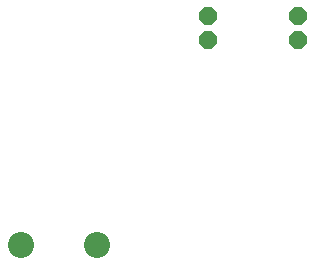
<source format=gbr>
G04 EAGLE Gerber RS-274X export*
G75*
%MOMM*%
%FSLAX34Y34*%
%LPD*%
%INSoldermask Bottom*%
%IPPOS*%
%AMOC8*
5,1,8,0,0,1.08239X$1,22.5*%
G01*
%ADD10P,1.649562X8X22.500000*%
%ADD11C,2.203200*%


D10*
X381300Y273500D03*
X457500Y273500D03*
X381300Y253000D03*
X457500Y253000D03*
D11*
X287500Y80000D03*
X222500Y80000D03*
M02*

</source>
